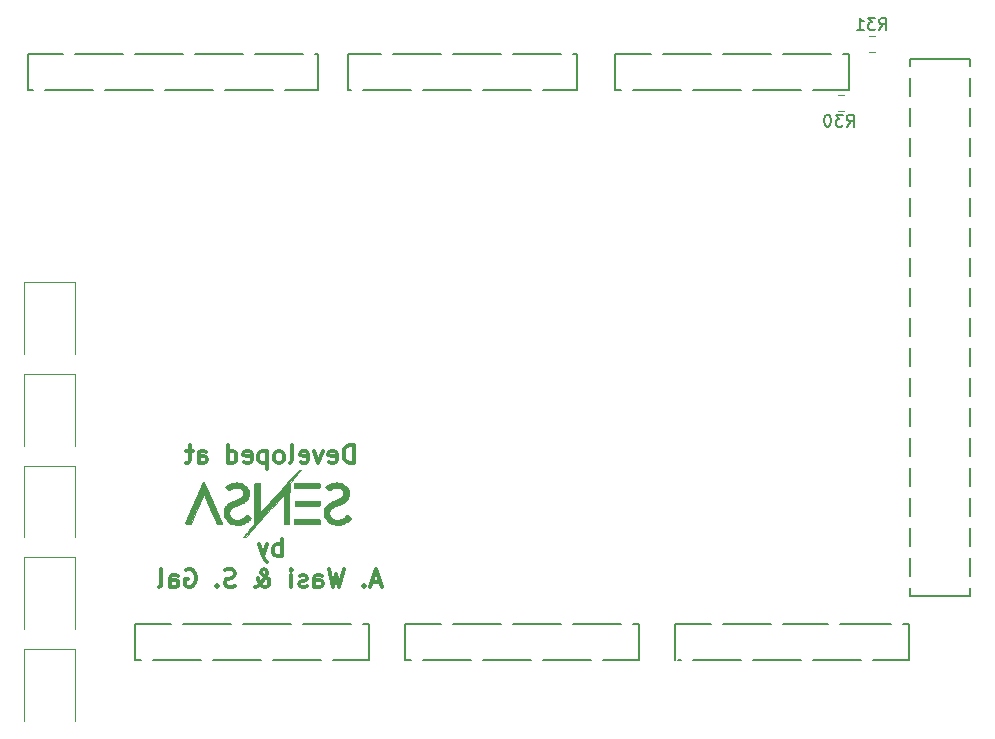
<source format=gbr>
G04 #@! TF.GenerationSoftware,KiCad,Pcbnew,(5.1.4)-1*
G04 #@! TF.CreationDate,2019-12-15T21:47:06+01:00*
G04 #@! TF.ProjectId,mainboard,6d61696e-626f-4617-9264-2e6b69636164,1.0*
G04 #@! TF.SameCoordinates,Original*
G04 #@! TF.FileFunction,Legend,Bot*
G04 #@! TF.FilePolarity,Positive*
%FSLAX46Y46*%
G04 Gerber Fmt 4.6, Leading zero omitted, Abs format (unit mm)*
G04 Created by KiCad (PCBNEW (5.1.4)-1) date 2019-12-15 21:47:06*
%MOMM*%
%LPD*%
G04 APERTURE LIST*
%ADD10C,0.300000*%
%ADD11C,0.010000*%
%ADD12C,0.120000*%
%ADD13C,0.150000*%
G04 APERTURE END LIST*
D10*
X142498428Y-116451000D02*
X141784142Y-116451000D01*
X142641285Y-116879571D02*
X142141285Y-115379571D01*
X141641285Y-116879571D01*
X141141285Y-116736714D02*
X141069857Y-116808142D01*
X141141285Y-116879571D01*
X141212714Y-116808142D01*
X141141285Y-116736714D01*
X141141285Y-116879571D01*
X139427000Y-115379571D02*
X139069857Y-116879571D01*
X138784142Y-115808142D01*
X138498428Y-116879571D01*
X138141285Y-115379571D01*
X136927000Y-116879571D02*
X136927000Y-116093857D01*
X136998428Y-115951000D01*
X137141285Y-115879571D01*
X137427000Y-115879571D01*
X137569857Y-115951000D01*
X136927000Y-116808142D02*
X137069857Y-116879571D01*
X137427000Y-116879571D01*
X137569857Y-116808142D01*
X137641285Y-116665285D01*
X137641285Y-116522428D01*
X137569857Y-116379571D01*
X137427000Y-116308142D01*
X137069857Y-116308142D01*
X136927000Y-116236714D01*
X136284142Y-116808142D02*
X136141285Y-116879571D01*
X135855571Y-116879571D01*
X135712714Y-116808142D01*
X135641285Y-116665285D01*
X135641285Y-116593857D01*
X135712714Y-116451000D01*
X135855571Y-116379571D01*
X136069857Y-116379571D01*
X136212714Y-116308142D01*
X136284142Y-116165285D01*
X136284142Y-116093857D01*
X136212714Y-115951000D01*
X136069857Y-115879571D01*
X135855571Y-115879571D01*
X135712714Y-115951000D01*
X134998428Y-116879571D02*
X134998428Y-115879571D01*
X134998428Y-115379571D02*
X135069857Y-115451000D01*
X134998428Y-115522428D01*
X134927000Y-115451000D01*
X134998428Y-115379571D01*
X134998428Y-115522428D01*
X131927000Y-116879571D02*
X131998428Y-116879571D01*
X132141285Y-116808142D01*
X132355571Y-116593857D01*
X132712714Y-116165285D01*
X132855571Y-115951000D01*
X132927000Y-115736714D01*
X132927000Y-115593857D01*
X132855571Y-115451000D01*
X132712714Y-115379571D01*
X132641285Y-115379571D01*
X132498428Y-115451000D01*
X132427000Y-115593857D01*
X132427000Y-115665285D01*
X132498428Y-115808142D01*
X132569857Y-115879571D01*
X132998428Y-116165285D01*
X133069857Y-116236714D01*
X133141285Y-116379571D01*
X133141285Y-116593857D01*
X133069857Y-116736714D01*
X132998428Y-116808142D01*
X132855571Y-116879571D01*
X132641285Y-116879571D01*
X132498428Y-116808142D01*
X132427000Y-116736714D01*
X132212714Y-116451000D01*
X132141285Y-116236714D01*
X132141285Y-116093857D01*
X130212714Y-116808142D02*
X129998428Y-116879571D01*
X129641285Y-116879571D01*
X129498428Y-116808142D01*
X129427000Y-116736714D01*
X129355571Y-116593857D01*
X129355571Y-116451000D01*
X129427000Y-116308142D01*
X129498428Y-116236714D01*
X129641285Y-116165285D01*
X129927000Y-116093857D01*
X130069857Y-116022428D01*
X130141285Y-115951000D01*
X130212714Y-115808142D01*
X130212714Y-115665285D01*
X130141285Y-115522428D01*
X130069857Y-115451000D01*
X129927000Y-115379571D01*
X129569857Y-115379571D01*
X129355571Y-115451000D01*
X128712714Y-116736714D02*
X128641285Y-116808142D01*
X128712714Y-116879571D01*
X128784142Y-116808142D01*
X128712714Y-116736714D01*
X128712714Y-116879571D01*
X126069857Y-115451000D02*
X126212714Y-115379571D01*
X126427000Y-115379571D01*
X126641285Y-115451000D01*
X126784142Y-115593857D01*
X126855571Y-115736714D01*
X126927000Y-116022428D01*
X126927000Y-116236714D01*
X126855571Y-116522428D01*
X126784142Y-116665285D01*
X126641285Y-116808142D01*
X126427000Y-116879571D01*
X126284142Y-116879571D01*
X126069857Y-116808142D01*
X125998428Y-116736714D01*
X125998428Y-116236714D01*
X126284142Y-116236714D01*
X124712714Y-116879571D02*
X124712714Y-116093857D01*
X124784142Y-115951000D01*
X124927000Y-115879571D01*
X125212714Y-115879571D01*
X125355571Y-115951000D01*
X124712714Y-116808142D02*
X124855571Y-116879571D01*
X125212714Y-116879571D01*
X125355571Y-116808142D01*
X125427000Y-116665285D01*
X125427000Y-116522428D01*
X125355571Y-116379571D01*
X125212714Y-116308142D01*
X124855571Y-116308142D01*
X124712714Y-116236714D01*
X123784142Y-116879571D02*
X123927000Y-116808142D01*
X123998428Y-116665285D01*
X123998428Y-115379571D01*
X134169857Y-114279571D02*
X134169857Y-112779571D01*
X134169857Y-113351000D02*
X134027000Y-113279571D01*
X133741285Y-113279571D01*
X133598428Y-113351000D01*
X133527000Y-113422428D01*
X133455571Y-113565285D01*
X133455571Y-113993857D01*
X133527000Y-114136714D01*
X133598428Y-114208142D01*
X133741285Y-114279571D01*
X134027000Y-114279571D01*
X134169857Y-114208142D01*
X132955571Y-113279571D02*
X132598428Y-114279571D01*
X132241285Y-113279571D02*
X132598428Y-114279571D01*
X132741285Y-114636714D01*
X132812714Y-114708142D01*
X132955571Y-114779571D01*
X140277000Y-106379571D02*
X140277000Y-104879571D01*
X139919857Y-104879571D01*
X139705571Y-104951000D01*
X139562714Y-105093857D01*
X139491285Y-105236714D01*
X139419857Y-105522428D01*
X139419857Y-105736714D01*
X139491285Y-106022428D01*
X139562714Y-106165285D01*
X139705571Y-106308142D01*
X139919857Y-106379571D01*
X140277000Y-106379571D01*
X138205571Y-106308142D02*
X138348428Y-106379571D01*
X138634142Y-106379571D01*
X138777000Y-106308142D01*
X138848428Y-106165285D01*
X138848428Y-105593857D01*
X138777000Y-105451000D01*
X138634142Y-105379571D01*
X138348428Y-105379571D01*
X138205571Y-105451000D01*
X138134142Y-105593857D01*
X138134142Y-105736714D01*
X138848428Y-105879571D01*
X137634142Y-105379571D02*
X137277000Y-106379571D01*
X136919857Y-105379571D01*
X135777000Y-106308142D02*
X135919857Y-106379571D01*
X136205571Y-106379571D01*
X136348428Y-106308142D01*
X136419857Y-106165285D01*
X136419857Y-105593857D01*
X136348428Y-105451000D01*
X136205571Y-105379571D01*
X135919857Y-105379571D01*
X135777000Y-105451000D01*
X135705571Y-105593857D01*
X135705571Y-105736714D01*
X136419857Y-105879571D01*
X134848428Y-106379571D02*
X134991285Y-106308142D01*
X135062714Y-106165285D01*
X135062714Y-104879571D01*
X134062714Y-106379571D02*
X134205571Y-106308142D01*
X134277000Y-106236714D01*
X134348428Y-106093857D01*
X134348428Y-105665285D01*
X134277000Y-105522428D01*
X134205571Y-105451000D01*
X134062714Y-105379571D01*
X133848428Y-105379571D01*
X133705571Y-105451000D01*
X133634142Y-105522428D01*
X133562714Y-105665285D01*
X133562714Y-106093857D01*
X133634142Y-106236714D01*
X133705571Y-106308142D01*
X133848428Y-106379571D01*
X134062714Y-106379571D01*
X132919857Y-105379571D02*
X132919857Y-106879571D01*
X132919857Y-105451000D02*
X132777000Y-105379571D01*
X132491285Y-105379571D01*
X132348428Y-105451000D01*
X132277000Y-105522428D01*
X132205571Y-105665285D01*
X132205571Y-106093857D01*
X132277000Y-106236714D01*
X132348428Y-106308142D01*
X132491285Y-106379571D01*
X132777000Y-106379571D01*
X132919857Y-106308142D01*
X130991285Y-106308142D02*
X131134142Y-106379571D01*
X131419857Y-106379571D01*
X131562714Y-106308142D01*
X131634142Y-106165285D01*
X131634142Y-105593857D01*
X131562714Y-105451000D01*
X131419857Y-105379571D01*
X131134142Y-105379571D01*
X130991285Y-105451000D01*
X130919857Y-105593857D01*
X130919857Y-105736714D01*
X131634142Y-105879571D01*
X129634142Y-106379571D02*
X129634142Y-104879571D01*
X129634142Y-106308142D02*
X129777000Y-106379571D01*
X130062714Y-106379571D01*
X130205571Y-106308142D01*
X130277000Y-106236714D01*
X130348428Y-106093857D01*
X130348428Y-105665285D01*
X130277000Y-105522428D01*
X130205571Y-105451000D01*
X130062714Y-105379571D01*
X129777000Y-105379571D01*
X129634142Y-105451000D01*
X127134142Y-106379571D02*
X127134142Y-105593857D01*
X127205571Y-105451000D01*
X127348428Y-105379571D01*
X127634142Y-105379571D01*
X127777000Y-105451000D01*
X127134142Y-106308142D02*
X127277000Y-106379571D01*
X127634142Y-106379571D01*
X127777000Y-106308142D01*
X127848428Y-106165285D01*
X127848428Y-106022428D01*
X127777000Y-105879571D01*
X127634142Y-105808142D01*
X127277000Y-105808142D01*
X127134142Y-105736714D01*
X126634142Y-105379571D02*
X126062714Y-105379571D01*
X126419857Y-104879571D02*
X126419857Y-106165285D01*
X126348428Y-106308142D01*
X126205571Y-106379571D01*
X126062714Y-106379571D01*
D11*
G36*
X134874960Y-107805776D02*
G01*
X134749520Y-107943498D01*
X134614389Y-108091781D01*
X134472318Y-108247612D01*
X134326056Y-108407977D01*
X134178355Y-108569862D01*
X134031964Y-108730252D01*
X133889633Y-108886135D01*
X133754114Y-109034497D01*
X133628156Y-109172323D01*
X133514510Y-109296599D01*
X133496363Y-109316435D01*
X133390275Y-109432396D01*
X133283198Y-109549462D01*
X133176959Y-109665631D01*
X133073385Y-109778905D01*
X132974305Y-109887284D01*
X132881547Y-109988769D01*
X132796938Y-110081360D01*
X132722306Y-110163057D01*
X132659478Y-110231862D01*
X132610284Y-110285774D01*
X132607363Y-110288976D01*
X132546619Y-110355328D01*
X132490720Y-110415890D01*
X132441586Y-110468622D01*
X132401137Y-110511483D01*
X132371292Y-110542431D01*
X132353971Y-110559428D01*
X132350477Y-110562089D01*
X132349299Y-110550920D01*
X132348168Y-110518166D01*
X132347095Y-110465329D01*
X132346091Y-110393916D01*
X132345167Y-110305430D01*
X132344332Y-110201376D01*
X132343598Y-110083259D01*
X132342976Y-109952584D01*
X132342476Y-109810855D01*
X132342110Y-109659576D01*
X132341887Y-109500253D01*
X132341818Y-109346967D01*
X132341818Y-108130934D01*
X132315096Y-108105831D01*
X132303711Y-108096397D01*
X132290286Y-108089674D01*
X132270976Y-108085204D01*
X132241936Y-108082533D01*
X132199324Y-108081203D01*
X132139294Y-108080760D01*
X132103518Y-108080727D01*
X132034150Y-108080872D01*
X131984067Y-108081629D01*
X131949463Y-108083483D01*
X131926533Y-108086918D01*
X131911471Y-108092419D01*
X131900473Y-108100469D01*
X131893558Y-108107449D01*
X131868454Y-108134170D01*
X131868210Y-109859472D01*
X131867966Y-111584773D01*
X131405383Y-112092620D01*
X131321950Y-112184264D01*
X131243172Y-112270885D01*
X131170421Y-112350967D01*
X131105070Y-112422997D01*
X131048489Y-112485459D01*
X131002053Y-112536839D01*
X130967132Y-112575623D01*
X130945098Y-112600295D01*
X130937355Y-112609279D01*
X130945323Y-112613368D01*
X130971311Y-112616448D01*
X131010255Y-112618001D01*
X131023252Y-112618091D01*
X131114594Y-112618091D01*
X131559313Y-112130296D01*
X131637089Y-112045021D01*
X131720975Y-111953114D01*
X131811603Y-111853885D01*
X131909605Y-111746643D01*
X132015614Y-111630700D01*
X132130260Y-111505363D01*
X132254175Y-111369944D01*
X132387993Y-111223752D01*
X132532344Y-111066096D01*
X132687860Y-110896287D01*
X132855173Y-110713634D01*
X133034915Y-110517448D01*
X133227718Y-110307037D01*
X133434214Y-110081712D01*
X133655035Y-109840783D01*
X133890812Y-109583559D01*
X133900454Y-109573039D01*
X134344954Y-109088128D01*
X134347894Y-110295465D01*
X134350834Y-111502803D01*
X134412774Y-111567455D01*
X134591823Y-111567455D01*
X134659714Y-111567352D01*
X134708514Y-111566651D01*
X134742224Y-111564766D01*
X134764844Y-111561109D01*
X134780375Y-111555094D01*
X134792817Y-111546133D01*
X134803254Y-111536431D01*
X134835636Y-111505407D01*
X134836201Y-109778636D01*
X134836766Y-108051864D01*
X135269656Y-107578500D01*
X135351997Y-107488394D01*
X135430902Y-107401920D01*
X135504762Y-107320852D01*
X135571964Y-107246963D01*
X135630899Y-107182028D01*
X135679956Y-107127819D01*
X135717524Y-107086111D01*
X135741994Y-107058677D01*
X135749302Y-107050296D01*
X135796059Y-106995455D01*
X135612784Y-106995455D01*
X134874960Y-107805776D01*
X134874960Y-107805776D01*
G37*
X134874960Y-107805776D02*
X134749520Y-107943498D01*
X134614389Y-108091781D01*
X134472318Y-108247612D01*
X134326056Y-108407977D01*
X134178355Y-108569862D01*
X134031964Y-108730252D01*
X133889633Y-108886135D01*
X133754114Y-109034497D01*
X133628156Y-109172323D01*
X133514510Y-109296599D01*
X133496363Y-109316435D01*
X133390275Y-109432396D01*
X133283198Y-109549462D01*
X133176959Y-109665631D01*
X133073385Y-109778905D01*
X132974305Y-109887284D01*
X132881547Y-109988769D01*
X132796938Y-110081360D01*
X132722306Y-110163057D01*
X132659478Y-110231862D01*
X132610284Y-110285774D01*
X132607363Y-110288976D01*
X132546619Y-110355328D01*
X132490720Y-110415890D01*
X132441586Y-110468622D01*
X132401137Y-110511483D01*
X132371292Y-110542431D01*
X132353971Y-110559428D01*
X132350477Y-110562089D01*
X132349299Y-110550920D01*
X132348168Y-110518166D01*
X132347095Y-110465329D01*
X132346091Y-110393916D01*
X132345167Y-110305430D01*
X132344332Y-110201376D01*
X132343598Y-110083259D01*
X132342976Y-109952584D01*
X132342476Y-109810855D01*
X132342110Y-109659576D01*
X132341887Y-109500253D01*
X132341818Y-109346967D01*
X132341818Y-108130934D01*
X132315096Y-108105831D01*
X132303711Y-108096397D01*
X132290286Y-108089674D01*
X132270976Y-108085204D01*
X132241936Y-108082533D01*
X132199324Y-108081203D01*
X132139294Y-108080760D01*
X132103518Y-108080727D01*
X132034150Y-108080872D01*
X131984067Y-108081629D01*
X131949463Y-108083483D01*
X131926533Y-108086918D01*
X131911471Y-108092419D01*
X131900473Y-108100469D01*
X131893558Y-108107449D01*
X131868454Y-108134170D01*
X131868210Y-109859472D01*
X131867966Y-111584773D01*
X131405383Y-112092620D01*
X131321950Y-112184264D01*
X131243172Y-112270885D01*
X131170421Y-112350967D01*
X131105070Y-112422997D01*
X131048489Y-112485459D01*
X131002053Y-112536839D01*
X130967132Y-112575623D01*
X130945098Y-112600295D01*
X130937355Y-112609279D01*
X130945323Y-112613368D01*
X130971311Y-112616448D01*
X131010255Y-112618001D01*
X131023252Y-112618091D01*
X131114594Y-112618091D01*
X131559313Y-112130296D01*
X131637089Y-112045021D01*
X131720975Y-111953114D01*
X131811603Y-111853885D01*
X131909605Y-111746643D01*
X132015614Y-111630700D01*
X132130260Y-111505363D01*
X132254175Y-111369944D01*
X132387993Y-111223752D01*
X132532344Y-111066096D01*
X132687860Y-110896287D01*
X132855173Y-110713634D01*
X133034915Y-110517448D01*
X133227718Y-110307037D01*
X133434214Y-110081712D01*
X133655035Y-109840783D01*
X133890812Y-109583559D01*
X133900454Y-109573039D01*
X134344954Y-109088128D01*
X134347894Y-110295465D01*
X134350834Y-111502803D01*
X134412774Y-111567455D01*
X134591823Y-111567455D01*
X134659714Y-111567352D01*
X134708514Y-111566651D01*
X134742224Y-111564766D01*
X134764844Y-111561109D01*
X134780375Y-111555094D01*
X134792817Y-111546133D01*
X134803254Y-111536431D01*
X134835636Y-111505407D01*
X134836201Y-109778636D01*
X134836766Y-108051864D01*
X135269656Y-107578500D01*
X135351997Y-107488394D01*
X135430902Y-107401920D01*
X135504762Y-107320852D01*
X135571964Y-107246963D01*
X135630899Y-107182028D01*
X135679956Y-107127819D01*
X135717524Y-107086111D01*
X135741994Y-107058677D01*
X135749302Y-107050296D01*
X135796059Y-106995455D01*
X135612784Y-106995455D01*
X134874960Y-107805776D01*
G36*
X138775112Y-108032623D02*
G01*
X138679470Y-108037668D01*
X138588800Y-108046447D01*
X138510853Y-108058498D01*
X138490008Y-108062936D01*
X138378309Y-108096188D01*
X138261886Y-108144123D01*
X138149880Y-108202963D01*
X138146605Y-108204904D01*
X138102098Y-108233056D01*
X138053689Y-108266414D01*
X138005138Y-108302042D01*
X137960202Y-108337003D01*
X137922640Y-108368360D01*
X137896210Y-108393175D01*
X137884669Y-108408512D01*
X137884455Y-108409773D01*
X137891593Y-108422013D01*
X137911423Y-108448406D01*
X137941398Y-108485754D01*
X137978974Y-108530858D01*
X138006208Y-108562750D01*
X138052071Y-108615626D01*
X138085998Y-108653388D01*
X138110944Y-108678569D01*
X138129867Y-108693701D01*
X138145724Y-108701315D01*
X138161472Y-108703944D01*
X138171393Y-108704182D01*
X138198593Y-108701003D01*
X138226412Y-108689437D01*
X138260895Y-108666442D01*
X138287402Y-108645811D01*
X138398886Y-108568898D01*
X138516024Y-108513314D01*
X138641251Y-108478223D01*
X138777005Y-108462788D01*
X138823551Y-108461864D01*
X138940619Y-108468151D01*
X139041229Y-108487515D01*
X139128705Y-108521121D01*
X139206368Y-108570133D01*
X139255663Y-108613240D01*
X139323491Y-108693604D01*
X139370924Y-108780203D01*
X139397937Y-108870483D01*
X139404502Y-108961888D01*
X139390595Y-109051864D01*
X139356189Y-109137856D01*
X139301257Y-109217310D01*
X139262235Y-109257344D01*
X139230222Y-109285118D01*
X139196679Y-109310591D01*
X139158899Y-109335144D01*
X139114177Y-109360154D01*
X139059806Y-109387001D01*
X138993081Y-109417063D01*
X138911296Y-109451718D01*
X138811745Y-109492346D01*
X138761090Y-109512680D01*
X138599298Y-109579064D01*
X138458021Y-109640950D01*
X138335421Y-109699623D01*
X138229657Y-109756366D01*
X138138892Y-109812462D01*
X138061284Y-109869194D01*
X137994995Y-109927847D01*
X137938184Y-109989704D01*
X137889013Y-110056047D01*
X137845642Y-110128162D01*
X137826604Y-110164682D01*
X137793547Y-110236625D01*
X137769714Y-110304061D01*
X137753853Y-110373149D01*
X137744707Y-110450050D01*
X137741024Y-110540925D01*
X137740808Y-110586091D01*
X137741502Y-110656328D01*
X137743584Y-110709794D01*
X137747792Y-110752797D01*
X137754860Y-110791647D01*
X137765526Y-110832655D01*
X137772209Y-110855186D01*
X137827870Y-111000293D01*
X137902250Y-111132601D01*
X137994225Y-111251123D01*
X138102672Y-111354871D01*
X138226468Y-111442856D01*
X138364488Y-111514092D01*
X138515610Y-111567589D01*
X138607599Y-111589853D01*
X138695273Y-111602992D01*
X138797337Y-111610645D01*
X138905732Y-111612724D01*
X139012399Y-111609138D01*
X139109277Y-111599800D01*
X139136318Y-111595680D01*
X139272595Y-111565713D01*
X139409314Y-111522719D01*
X139540705Y-111469062D01*
X139660996Y-111407108D01*
X139764418Y-111339224D01*
X139767389Y-111336976D01*
X139799015Y-111310954D01*
X139838099Y-111275813D01*
X139881577Y-111234669D01*
X139926387Y-111190633D01*
X139969465Y-111146820D01*
X140007749Y-111106344D01*
X140038174Y-111072317D01*
X140057679Y-111047853D01*
X140063273Y-111036223D01*
X140053720Y-111026329D01*
X140029387Y-111004345D01*
X139993282Y-110972902D01*
X139948416Y-110934629D01*
X139912143Y-110904126D01*
X139857620Y-110858731D01*
X139817467Y-110826249D01*
X139788406Y-110804707D01*
X139767157Y-110792130D01*
X139750439Y-110786546D01*
X139734973Y-110785979D01*
X139719406Y-110788129D01*
X139686432Y-110798337D01*
X139657084Y-110819852D01*
X139631532Y-110848131D01*
X139573869Y-110908294D01*
X139499819Y-110969947D01*
X139415323Y-111028696D01*
X139326324Y-111080150D01*
X139299547Y-111093549D01*
X139212379Y-111132744D01*
X139135131Y-111160317D01*
X139059887Y-111178076D01*
X138978731Y-111187829D01*
X138883749Y-111191384D01*
X138870772Y-111191481D01*
X138803577Y-111191193D01*
X138752906Y-111189056D01*
X138712218Y-111184319D01*
X138674970Y-111176229D01*
X138636081Y-111164514D01*
X138523443Y-111116598D01*
X138426337Y-111052233D01*
X138345746Y-110972496D01*
X138282657Y-110878464D01*
X138238054Y-110771213D01*
X138223019Y-110713091D01*
X138209605Y-110602454D01*
X138217867Y-110499667D01*
X138247952Y-110404227D01*
X138300011Y-110315632D01*
X138360987Y-110245980D01*
X138396209Y-110214193D01*
X138436408Y-110183765D01*
X138483926Y-110153515D01*
X138541102Y-110122262D01*
X138610279Y-110088825D01*
X138693797Y-110052024D01*
X138793996Y-110010677D01*
X138913217Y-109963605D01*
X138945818Y-109950978D01*
X139063375Y-109905033D01*
X139162019Y-109865138D01*
X139244708Y-109829943D01*
X139314400Y-109798095D01*
X139374053Y-109768241D01*
X139426626Y-109739029D01*
X139475078Y-109709107D01*
X139475364Y-109708921D01*
X139585091Y-109625509D01*
X139680679Y-109527935D01*
X139759987Y-109419205D01*
X139820875Y-109302324D01*
X139861202Y-109180298D01*
X139865426Y-109161350D01*
X139876172Y-109088159D01*
X139881441Y-109003539D01*
X139881286Y-108915659D01*
X139875759Y-108832687D01*
X139864914Y-108762793D01*
X139862812Y-108753864D01*
X139818446Y-108622282D01*
X139754267Y-108500373D01*
X139672004Y-108389498D01*
X139573388Y-108291019D01*
X139460149Y-108206298D01*
X139334016Y-108136696D01*
X139196720Y-108083575D01*
X139049991Y-108048298D01*
X138950305Y-108035575D01*
X138867974Y-108031772D01*
X138775112Y-108032623D01*
X138775112Y-108032623D01*
G37*
X138775112Y-108032623D02*
X138679470Y-108037668D01*
X138588800Y-108046447D01*
X138510853Y-108058498D01*
X138490008Y-108062936D01*
X138378309Y-108096188D01*
X138261886Y-108144123D01*
X138149880Y-108202963D01*
X138146605Y-108204904D01*
X138102098Y-108233056D01*
X138053689Y-108266414D01*
X138005138Y-108302042D01*
X137960202Y-108337003D01*
X137922640Y-108368360D01*
X137896210Y-108393175D01*
X137884669Y-108408512D01*
X137884455Y-108409773D01*
X137891593Y-108422013D01*
X137911423Y-108448406D01*
X137941398Y-108485754D01*
X137978974Y-108530858D01*
X138006208Y-108562750D01*
X138052071Y-108615626D01*
X138085998Y-108653388D01*
X138110944Y-108678569D01*
X138129867Y-108693701D01*
X138145724Y-108701315D01*
X138161472Y-108703944D01*
X138171393Y-108704182D01*
X138198593Y-108701003D01*
X138226412Y-108689437D01*
X138260895Y-108666442D01*
X138287402Y-108645811D01*
X138398886Y-108568898D01*
X138516024Y-108513314D01*
X138641251Y-108478223D01*
X138777005Y-108462788D01*
X138823551Y-108461864D01*
X138940619Y-108468151D01*
X139041229Y-108487515D01*
X139128705Y-108521121D01*
X139206368Y-108570133D01*
X139255663Y-108613240D01*
X139323491Y-108693604D01*
X139370924Y-108780203D01*
X139397937Y-108870483D01*
X139404502Y-108961888D01*
X139390595Y-109051864D01*
X139356189Y-109137856D01*
X139301257Y-109217310D01*
X139262235Y-109257344D01*
X139230222Y-109285118D01*
X139196679Y-109310591D01*
X139158899Y-109335144D01*
X139114177Y-109360154D01*
X139059806Y-109387001D01*
X138993081Y-109417063D01*
X138911296Y-109451718D01*
X138811745Y-109492346D01*
X138761090Y-109512680D01*
X138599298Y-109579064D01*
X138458021Y-109640950D01*
X138335421Y-109699623D01*
X138229657Y-109756366D01*
X138138892Y-109812462D01*
X138061284Y-109869194D01*
X137994995Y-109927847D01*
X137938184Y-109989704D01*
X137889013Y-110056047D01*
X137845642Y-110128162D01*
X137826604Y-110164682D01*
X137793547Y-110236625D01*
X137769714Y-110304061D01*
X137753853Y-110373149D01*
X137744707Y-110450050D01*
X137741024Y-110540925D01*
X137740808Y-110586091D01*
X137741502Y-110656328D01*
X137743584Y-110709794D01*
X137747792Y-110752797D01*
X137754860Y-110791647D01*
X137765526Y-110832655D01*
X137772209Y-110855186D01*
X137827870Y-111000293D01*
X137902250Y-111132601D01*
X137994225Y-111251123D01*
X138102672Y-111354871D01*
X138226468Y-111442856D01*
X138364488Y-111514092D01*
X138515610Y-111567589D01*
X138607599Y-111589853D01*
X138695273Y-111602992D01*
X138797337Y-111610645D01*
X138905732Y-111612724D01*
X139012399Y-111609138D01*
X139109277Y-111599800D01*
X139136318Y-111595680D01*
X139272595Y-111565713D01*
X139409314Y-111522719D01*
X139540705Y-111469062D01*
X139660996Y-111407108D01*
X139764418Y-111339224D01*
X139767389Y-111336976D01*
X139799015Y-111310954D01*
X139838099Y-111275813D01*
X139881577Y-111234669D01*
X139926387Y-111190633D01*
X139969465Y-111146820D01*
X140007749Y-111106344D01*
X140038174Y-111072317D01*
X140057679Y-111047853D01*
X140063273Y-111036223D01*
X140053720Y-111026329D01*
X140029387Y-111004345D01*
X139993282Y-110972902D01*
X139948416Y-110934629D01*
X139912143Y-110904126D01*
X139857620Y-110858731D01*
X139817467Y-110826249D01*
X139788406Y-110804707D01*
X139767157Y-110792130D01*
X139750439Y-110786546D01*
X139734973Y-110785979D01*
X139719406Y-110788129D01*
X139686432Y-110798337D01*
X139657084Y-110819852D01*
X139631532Y-110848131D01*
X139573869Y-110908294D01*
X139499819Y-110969947D01*
X139415323Y-111028696D01*
X139326324Y-111080150D01*
X139299547Y-111093549D01*
X139212379Y-111132744D01*
X139135131Y-111160317D01*
X139059887Y-111178076D01*
X138978731Y-111187829D01*
X138883749Y-111191384D01*
X138870772Y-111191481D01*
X138803577Y-111191193D01*
X138752906Y-111189056D01*
X138712218Y-111184319D01*
X138674970Y-111176229D01*
X138636081Y-111164514D01*
X138523443Y-111116598D01*
X138426337Y-111052233D01*
X138345746Y-110972496D01*
X138282657Y-110878464D01*
X138238054Y-110771213D01*
X138223019Y-110713091D01*
X138209605Y-110602454D01*
X138217867Y-110499667D01*
X138247952Y-110404227D01*
X138300011Y-110315632D01*
X138360987Y-110245980D01*
X138396209Y-110214193D01*
X138436408Y-110183765D01*
X138483926Y-110153515D01*
X138541102Y-110122262D01*
X138610279Y-110088825D01*
X138693797Y-110052024D01*
X138793996Y-110010677D01*
X138913217Y-109963605D01*
X138945818Y-109950978D01*
X139063375Y-109905033D01*
X139162019Y-109865138D01*
X139244708Y-109829943D01*
X139314400Y-109798095D01*
X139374053Y-109768241D01*
X139426626Y-109739029D01*
X139475078Y-109709107D01*
X139475364Y-109708921D01*
X139585091Y-109625509D01*
X139680679Y-109527935D01*
X139759987Y-109419205D01*
X139820875Y-109302324D01*
X139861202Y-109180298D01*
X139865426Y-109161350D01*
X139876172Y-109088159D01*
X139881441Y-109003539D01*
X139881286Y-108915659D01*
X139875759Y-108832687D01*
X139864914Y-108762793D01*
X139862812Y-108753864D01*
X139818446Y-108622282D01*
X139754267Y-108500373D01*
X139672004Y-108389498D01*
X139573388Y-108291019D01*
X139460149Y-108206298D01*
X139334016Y-108136696D01*
X139196720Y-108083575D01*
X139049991Y-108048298D01*
X138950305Y-108035575D01*
X138867974Y-108031772D01*
X138775112Y-108032623D01*
G36*
X130300748Y-108032623D02*
G01*
X130205106Y-108037668D01*
X130114436Y-108046447D01*
X130036489Y-108058498D01*
X130015644Y-108062936D01*
X129903946Y-108096188D01*
X129787522Y-108144123D01*
X129675516Y-108202963D01*
X129672241Y-108204904D01*
X129627734Y-108233056D01*
X129579326Y-108266414D01*
X129530775Y-108302042D01*
X129485839Y-108337003D01*
X129448277Y-108368360D01*
X129421846Y-108393175D01*
X129410305Y-108408512D01*
X129410091Y-108409773D01*
X129417229Y-108422013D01*
X129437059Y-108448406D01*
X129467034Y-108485754D01*
X129504610Y-108530858D01*
X129531844Y-108562750D01*
X129577708Y-108615626D01*
X129611634Y-108653388D01*
X129636580Y-108678569D01*
X129655503Y-108693701D01*
X129671360Y-108701315D01*
X129687109Y-108703944D01*
X129697030Y-108704182D01*
X129724230Y-108701003D01*
X129752048Y-108689437D01*
X129786531Y-108666442D01*
X129813038Y-108645811D01*
X129924523Y-108568898D01*
X130041660Y-108513314D01*
X130166888Y-108478223D01*
X130302641Y-108462788D01*
X130349187Y-108461864D01*
X130466255Y-108468151D01*
X130566866Y-108487515D01*
X130654341Y-108521121D01*
X130732004Y-108570133D01*
X130781299Y-108613240D01*
X130849127Y-108693604D01*
X130896561Y-108780203D01*
X130923573Y-108870483D01*
X130930139Y-108961888D01*
X130916231Y-109051864D01*
X130881825Y-109137856D01*
X130826894Y-109217310D01*
X130787871Y-109257344D01*
X130755859Y-109285118D01*
X130722315Y-109310591D01*
X130684535Y-109335144D01*
X130639813Y-109360154D01*
X130585442Y-109387001D01*
X130518717Y-109417063D01*
X130436932Y-109451718D01*
X130337381Y-109492346D01*
X130286727Y-109512680D01*
X130124934Y-109579064D01*
X129983657Y-109640950D01*
X129861057Y-109699623D01*
X129755294Y-109756366D01*
X129664528Y-109812462D01*
X129586920Y-109869194D01*
X129520631Y-109927847D01*
X129463821Y-109989704D01*
X129414649Y-110056047D01*
X129371278Y-110128162D01*
X129352240Y-110164682D01*
X129319183Y-110236625D01*
X129295351Y-110304061D01*
X129279489Y-110373149D01*
X129270344Y-110450050D01*
X129266660Y-110540925D01*
X129266444Y-110586091D01*
X129267138Y-110656328D01*
X129269221Y-110709794D01*
X129273428Y-110752797D01*
X129280496Y-110791647D01*
X129291162Y-110832655D01*
X129297845Y-110855186D01*
X129353506Y-111000293D01*
X129427887Y-111132601D01*
X129519862Y-111251123D01*
X129628309Y-111354871D01*
X129752104Y-111442856D01*
X129890124Y-111514092D01*
X130041246Y-111567589D01*
X130133236Y-111589853D01*
X130220909Y-111602992D01*
X130322973Y-111610645D01*
X130431369Y-111612724D01*
X130538035Y-111609138D01*
X130634913Y-111599800D01*
X130661954Y-111595680D01*
X130798231Y-111565713D01*
X130934950Y-111522719D01*
X131066341Y-111469062D01*
X131186633Y-111407108D01*
X131290055Y-111339224D01*
X131293026Y-111336976D01*
X131324652Y-111310954D01*
X131363735Y-111275813D01*
X131407214Y-111234669D01*
X131452023Y-111190633D01*
X131495102Y-111146820D01*
X131533385Y-111106344D01*
X131563810Y-111072317D01*
X131583315Y-111047853D01*
X131588909Y-111036223D01*
X131579357Y-111026329D01*
X131555023Y-111004345D01*
X131518919Y-110972902D01*
X131474052Y-110934629D01*
X131437780Y-110904126D01*
X131383256Y-110858731D01*
X131343104Y-110826249D01*
X131314043Y-110804707D01*
X131292793Y-110792130D01*
X131276075Y-110786546D01*
X131260610Y-110785979D01*
X131245042Y-110788129D01*
X131212068Y-110798337D01*
X131182720Y-110819852D01*
X131157168Y-110848131D01*
X131099505Y-110908294D01*
X131025455Y-110969947D01*
X130940959Y-111028696D01*
X130851960Y-111080150D01*
X130825183Y-111093549D01*
X130738016Y-111132744D01*
X130660767Y-111160317D01*
X130585523Y-111178076D01*
X130504367Y-111187829D01*
X130409385Y-111191384D01*
X130396409Y-111191481D01*
X130329214Y-111191193D01*
X130278543Y-111189056D01*
X130237854Y-111184319D01*
X130200607Y-111176229D01*
X130161718Y-111164514D01*
X130049080Y-111116598D01*
X129951973Y-111052233D01*
X129871383Y-110972496D01*
X129808294Y-110878464D01*
X129763691Y-110771213D01*
X129748656Y-110713091D01*
X129735241Y-110602454D01*
X129743503Y-110499667D01*
X129773589Y-110404227D01*
X129825647Y-110315632D01*
X129886624Y-110245980D01*
X129921845Y-110214193D01*
X129962044Y-110183765D01*
X130009562Y-110153515D01*
X130066739Y-110122262D01*
X130135916Y-110088825D01*
X130219433Y-110052024D01*
X130319632Y-110010677D01*
X130438854Y-109963605D01*
X130471454Y-109950978D01*
X130589011Y-109905033D01*
X130687655Y-109865138D01*
X130770344Y-109829943D01*
X130840036Y-109798095D01*
X130899689Y-109768241D01*
X130952263Y-109739029D01*
X131000714Y-109709107D01*
X131001001Y-109708921D01*
X131110727Y-109625509D01*
X131206315Y-109527935D01*
X131285623Y-109419205D01*
X131346511Y-109302324D01*
X131386839Y-109180298D01*
X131391063Y-109161350D01*
X131401808Y-109088159D01*
X131407077Y-109003539D01*
X131406922Y-108915659D01*
X131401396Y-108832687D01*
X131390550Y-108762793D01*
X131388448Y-108753864D01*
X131344082Y-108622282D01*
X131279903Y-108500373D01*
X131197641Y-108389498D01*
X131099025Y-108291019D01*
X130985785Y-108206298D01*
X130859652Y-108136696D01*
X130722356Y-108083575D01*
X130575627Y-108048298D01*
X130475941Y-108035575D01*
X130393610Y-108031772D01*
X130300748Y-108032623D01*
X130300748Y-108032623D01*
G37*
X130300748Y-108032623D02*
X130205106Y-108037668D01*
X130114436Y-108046447D01*
X130036489Y-108058498D01*
X130015644Y-108062936D01*
X129903946Y-108096188D01*
X129787522Y-108144123D01*
X129675516Y-108202963D01*
X129672241Y-108204904D01*
X129627734Y-108233056D01*
X129579326Y-108266414D01*
X129530775Y-108302042D01*
X129485839Y-108337003D01*
X129448277Y-108368360D01*
X129421846Y-108393175D01*
X129410305Y-108408512D01*
X129410091Y-108409773D01*
X129417229Y-108422013D01*
X129437059Y-108448406D01*
X129467034Y-108485754D01*
X129504610Y-108530858D01*
X129531844Y-108562750D01*
X129577708Y-108615626D01*
X129611634Y-108653388D01*
X129636580Y-108678569D01*
X129655503Y-108693701D01*
X129671360Y-108701315D01*
X129687109Y-108703944D01*
X129697030Y-108704182D01*
X129724230Y-108701003D01*
X129752048Y-108689437D01*
X129786531Y-108666442D01*
X129813038Y-108645811D01*
X129924523Y-108568898D01*
X130041660Y-108513314D01*
X130166888Y-108478223D01*
X130302641Y-108462788D01*
X130349187Y-108461864D01*
X130466255Y-108468151D01*
X130566866Y-108487515D01*
X130654341Y-108521121D01*
X130732004Y-108570133D01*
X130781299Y-108613240D01*
X130849127Y-108693604D01*
X130896561Y-108780203D01*
X130923573Y-108870483D01*
X130930139Y-108961888D01*
X130916231Y-109051864D01*
X130881825Y-109137856D01*
X130826894Y-109217310D01*
X130787871Y-109257344D01*
X130755859Y-109285118D01*
X130722315Y-109310591D01*
X130684535Y-109335144D01*
X130639813Y-109360154D01*
X130585442Y-109387001D01*
X130518717Y-109417063D01*
X130436932Y-109451718D01*
X130337381Y-109492346D01*
X130286727Y-109512680D01*
X130124934Y-109579064D01*
X129983657Y-109640950D01*
X129861057Y-109699623D01*
X129755294Y-109756366D01*
X129664528Y-109812462D01*
X129586920Y-109869194D01*
X129520631Y-109927847D01*
X129463821Y-109989704D01*
X129414649Y-110056047D01*
X129371278Y-110128162D01*
X129352240Y-110164682D01*
X129319183Y-110236625D01*
X129295351Y-110304061D01*
X129279489Y-110373149D01*
X129270344Y-110450050D01*
X129266660Y-110540925D01*
X129266444Y-110586091D01*
X129267138Y-110656328D01*
X129269221Y-110709794D01*
X129273428Y-110752797D01*
X129280496Y-110791647D01*
X129291162Y-110832655D01*
X129297845Y-110855186D01*
X129353506Y-111000293D01*
X129427887Y-111132601D01*
X129519862Y-111251123D01*
X129628309Y-111354871D01*
X129752104Y-111442856D01*
X129890124Y-111514092D01*
X130041246Y-111567589D01*
X130133236Y-111589853D01*
X130220909Y-111602992D01*
X130322973Y-111610645D01*
X130431369Y-111612724D01*
X130538035Y-111609138D01*
X130634913Y-111599800D01*
X130661954Y-111595680D01*
X130798231Y-111565713D01*
X130934950Y-111522719D01*
X131066341Y-111469062D01*
X131186633Y-111407108D01*
X131290055Y-111339224D01*
X131293026Y-111336976D01*
X131324652Y-111310954D01*
X131363735Y-111275813D01*
X131407214Y-111234669D01*
X131452023Y-111190633D01*
X131495102Y-111146820D01*
X131533385Y-111106344D01*
X131563810Y-111072317D01*
X131583315Y-111047853D01*
X131588909Y-111036223D01*
X131579357Y-111026329D01*
X131555023Y-111004345D01*
X131518919Y-110972902D01*
X131474052Y-110934629D01*
X131437780Y-110904126D01*
X131383256Y-110858731D01*
X131343104Y-110826249D01*
X131314043Y-110804707D01*
X131292793Y-110792130D01*
X131276075Y-110786546D01*
X131260610Y-110785979D01*
X131245042Y-110788129D01*
X131212068Y-110798337D01*
X131182720Y-110819852D01*
X131157168Y-110848131D01*
X131099505Y-110908294D01*
X131025455Y-110969947D01*
X130940959Y-111028696D01*
X130851960Y-111080150D01*
X130825183Y-111093549D01*
X130738016Y-111132744D01*
X130660767Y-111160317D01*
X130585523Y-111178076D01*
X130504367Y-111187829D01*
X130409385Y-111191384D01*
X130396409Y-111191481D01*
X130329214Y-111191193D01*
X130278543Y-111189056D01*
X130237854Y-111184319D01*
X130200607Y-111176229D01*
X130161718Y-111164514D01*
X130049080Y-111116598D01*
X129951973Y-111052233D01*
X129871383Y-110972496D01*
X129808294Y-110878464D01*
X129763691Y-110771213D01*
X129748656Y-110713091D01*
X129735241Y-110602454D01*
X129743503Y-110499667D01*
X129773589Y-110404227D01*
X129825647Y-110315632D01*
X129886624Y-110245980D01*
X129921845Y-110214193D01*
X129962044Y-110183765D01*
X130009562Y-110153515D01*
X130066739Y-110122262D01*
X130135916Y-110088825D01*
X130219433Y-110052024D01*
X130319632Y-110010677D01*
X130438854Y-109963605D01*
X130471454Y-109950978D01*
X130589011Y-109905033D01*
X130687655Y-109865138D01*
X130770344Y-109829943D01*
X130840036Y-109798095D01*
X130899689Y-109768241D01*
X130952263Y-109739029D01*
X131000714Y-109709107D01*
X131001001Y-109708921D01*
X131110727Y-109625509D01*
X131206315Y-109527935D01*
X131285623Y-109419205D01*
X131346511Y-109302324D01*
X131386839Y-109180298D01*
X131391063Y-109161350D01*
X131401808Y-109088159D01*
X131407077Y-109003539D01*
X131406922Y-108915659D01*
X131401396Y-108832687D01*
X131390550Y-108762793D01*
X131388448Y-108753864D01*
X131344082Y-108622282D01*
X131279903Y-108500373D01*
X131197641Y-108389498D01*
X131099025Y-108291019D01*
X130985785Y-108206298D01*
X130859652Y-108136696D01*
X130722356Y-108083575D01*
X130575627Y-108048298D01*
X130475941Y-108035575D01*
X130393610Y-108031772D01*
X130300748Y-108032623D01*
G36*
X135218648Y-111178540D02*
G01*
X135208478Y-111191014D01*
X135201490Y-111205843D01*
X135197093Y-111227324D01*
X135194698Y-111259756D01*
X135193714Y-111307435D01*
X135193545Y-111361254D01*
X135193761Y-111424359D01*
X135194828Y-111468623D01*
X135197373Y-111498293D01*
X135202022Y-111517620D01*
X135209402Y-111530850D01*
X135220140Y-111542232D01*
X135220266Y-111542351D01*
X135246988Y-111567455D01*
X137398727Y-111567455D01*
X137398727Y-111392018D01*
X137398617Y-111324903D01*
X137397883Y-111276822D01*
X137395920Y-111243720D01*
X137392122Y-111221541D01*
X137385883Y-111206228D01*
X137376599Y-111193724D01*
X137367703Y-111184200D01*
X137336679Y-111151818D01*
X135243752Y-111151818D01*
X135218648Y-111178540D01*
X135218648Y-111178540D01*
G37*
X135218648Y-111178540D02*
X135208478Y-111191014D01*
X135201490Y-111205843D01*
X135197093Y-111227324D01*
X135194698Y-111259756D01*
X135193714Y-111307435D01*
X135193545Y-111361254D01*
X135193761Y-111424359D01*
X135194828Y-111468623D01*
X135197373Y-111498293D01*
X135202022Y-111517620D01*
X135209402Y-111530850D01*
X135220140Y-111542232D01*
X135220266Y-111542351D01*
X135246988Y-111567455D01*
X137398727Y-111567455D01*
X137398727Y-111392018D01*
X137398617Y-111324903D01*
X137397883Y-111276822D01*
X137395920Y-111243720D01*
X137392122Y-111221541D01*
X137385883Y-111206228D01*
X137376599Y-111193724D01*
X137367703Y-111184200D01*
X137336679Y-111151818D01*
X135243752Y-111151818D01*
X135218648Y-111178540D01*
G36*
X127569093Y-107956086D02*
G01*
X127511287Y-107959500D01*
X126011209Y-111479300D01*
X126055341Y-111561682D01*
X126274693Y-111564756D01*
X126494045Y-111567831D01*
X127030125Y-110285890D01*
X127098482Y-110122666D01*
X127164453Y-109965608D01*
X127227485Y-109816007D01*
X127287028Y-109675151D01*
X127342529Y-109544331D01*
X127393436Y-109424835D01*
X127439199Y-109317953D01*
X127479264Y-109224975D01*
X127513082Y-109147189D01*
X127540099Y-109085886D01*
X127559764Y-109042354D01*
X127571526Y-109017883D01*
X127574831Y-109012816D01*
X127580344Y-109024389D01*
X127594266Y-109055923D01*
X127616036Y-109106104D01*
X127645093Y-109173615D01*
X127680876Y-109257140D01*
X127722825Y-109355364D01*
X127770378Y-109466971D01*
X127822975Y-109590645D01*
X127880055Y-109725070D01*
X127941058Y-109868930D01*
X128005421Y-110020911D01*
X128072585Y-110179695D01*
X128119908Y-110291682D01*
X128656359Y-111561682D01*
X128874066Y-111564609D01*
X129091772Y-111567537D01*
X129118065Y-111526767D01*
X129144359Y-111485997D01*
X128385628Y-109719335D01*
X127626898Y-107952672D01*
X127569093Y-107956086D01*
X127569093Y-107956086D01*
G37*
X127569093Y-107956086D02*
X127511287Y-107959500D01*
X126011209Y-111479300D01*
X126055341Y-111561682D01*
X126274693Y-111564756D01*
X126494045Y-111567831D01*
X127030125Y-110285890D01*
X127098482Y-110122666D01*
X127164453Y-109965608D01*
X127227485Y-109816007D01*
X127287028Y-109675151D01*
X127342529Y-109544331D01*
X127393436Y-109424835D01*
X127439199Y-109317953D01*
X127479264Y-109224975D01*
X127513082Y-109147189D01*
X127540099Y-109085886D01*
X127559764Y-109042354D01*
X127571526Y-109017883D01*
X127574831Y-109012816D01*
X127580344Y-109024389D01*
X127594266Y-109055923D01*
X127616036Y-109106104D01*
X127645093Y-109173615D01*
X127680876Y-109257140D01*
X127722825Y-109355364D01*
X127770378Y-109466971D01*
X127822975Y-109590645D01*
X127880055Y-109725070D01*
X127941058Y-109868930D01*
X128005421Y-110020911D01*
X128072585Y-110179695D01*
X128119908Y-110291682D01*
X128656359Y-111561682D01*
X128874066Y-111564609D01*
X129091772Y-111567537D01*
X129118065Y-111526767D01*
X129144359Y-111485997D01*
X128385628Y-109719335D01*
X127626898Y-107952672D01*
X127569093Y-107956086D01*
G36*
X135306745Y-109601115D02*
G01*
X135293596Y-109614371D01*
X135284597Y-109627423D01*
X135278962Y-109644710D01*
X135275903Y-109670669D01*
X135274633Y-109709739D01*
X135274366Y-109766358D01*
X135274363Y-109783682D01*
X135274504Y-109845355D01*
X135275451Y-109888375D01*
X135277991Y-109917180D01*
X135282912Y-109936209D01*
X135291000Y-109949900D01*
X135303044Y-109962691D01*
X135306745Y-109966249D01*
X135339127Y-109997273D01*
X137324924Y-109997273D01*
X137361826Y-109959200D01*
X137398727Y-109921128D01*
X137398727Y-109781132D01*
X137398467Y-109721720D01*
X137397133Y-109680525D01*
X137393895Y-109652673D01*
X137387924Y-109633291D01*
X137378390Y-109617506D01*
X137368837Y-109605613D01*
X137338947Y-109570091D01*
X135339127Y-109570091D01*
X135306745Y-109601115D01*
X135306745Y-109601115D01*
G37*
X135306745Y-109601115D02*
X135293596Y-109614371D01*
X135284597Y-109627423D01*
X135278962Y-109644710D01*
X135275903Y-109670669D01*
X135274633Y-109709739D01*
X135274366Y-109766358D01*
X135274363Y-109783682D01*
X135274504Y-109845355D01*
X135275451Y-109888375D01*
X135277991Y-109917180D01*
X135282912Y-109936209D01*
X135291000Y-109949900D01*
X135303044Y-109962691D01*
X135306745Y-109966249D01*
X135339127Y-109997273D01*
X137324924Y-109997273D01*
X137361826Y-109959200D01*
X137398727Y-109921128D01*
X137398727Y-109781132D01*
X137398467Y-109721720D01*
X137397133Y-109680525D01*
X137393895Y-109652673D01*
X137387924Y-109633291D01*
X137378390Y-109617506D01*
X137368837Y-109605613D01*
X137338947Y-109570091D01*
X135339127Y-109570091D01*
X135306745Y-109601115D01*
G36*
X135218648Y-108107449D02*
G01*
X135208478Y-108119923D01*
X135201490Y-108134752D01*
X135197093Y-108156233D01*
X135194698Y-108188665D01*
X135193714Y-108236344D01*
X135193545Y-108290164D01*
X135193761Y-108353268D01*
X135194828Y-108397532D01*
X135197373Y-108427203D01*
X135202022Y-108446529D01*
X135209402Y-108459759D01*
X135220140Y-108471141D01*
X135220266Y-108471260D01*
X135246988Y-108496364D01*
X137336679Y-108496364D01*
X137367703Y-108463982D01*
X137380638Y-108449543D01*
X137389363Y-108435076D01*
X137394707Y-108415900D01*
X137397497Y-108387333D01*
X137398561Y-108344696D01*
X137398727Y-108288546D01*
X137398523Y-108228689D01*
X137397361Y-108187242D01*
X137394412Y-108159524D01*
X137388848Y-108140852D01*
X137379843Y-108126546D01*
X137367703Y-108113109D01*
X137336679Y-108080727D01*
X135243752Y-108080727D01*
X135218648Y-108107449D01*
X135218648Y-108107449D01*
G37*
X135218648Y-108107449D02*
X135208478Y-108119923D01*
X135201490Y-108134752D01*
X135197093Y-108156233D01*
X135194698Y-108188665D01*
X135193714Y-108236344D01*
X135193545Y-108290164D01*
X135193761Y-108353268D01*
X135194828Y-108397532D01*
X135197373Y-108427203D01*
X135202022Y-108446529D01*
X135209402Y-108459759D01*
X135220140Y-108471141D01*
X135220266Y-108471260D01*
X135246988Y-108496364D01*
X137336679Y-108496364D01*
X137367703Y-108463982D01*
X137380638Y-108449543D01*
X137389363Y-108435076D01*
X137394707Y-108415900D01*
X137397497Y-108387333D01*
X137398561Y-108344696D01*
X137398727Y-108288546D01*
X137398523Y-108228689D01*
X137397361Y-108187242D01*
X137394412Y-108159524D01*
X137388848Y-108140852D01*
X137379843Y-108126546D01*
X137367703Y-108113109D01*
X137336679Y-108080727D01*
X135243752Y-108080727D01*
X135218648Y-108107449D01*
D12*
X184388252Y-70191000D02*
X183865748Y-70191000D01*
X184388252Y-71611000D02*
X183865748Y-71611000D01*
D13*
X192490000Y-72158000D02*
X192490000Y-72793000D01*
X187410000Y-72158000D02*
X192490000Y-72158000D01*
X187410000Y-72793000D02*
X187410000Y-72158000D01*
X187410000Y-73809000D02*
X187410000Y-75333000D01*
X187410000Y-76349000D02*
X187410000Y-77873000D01*
X187410000Y-78889000D02*
X187410000Y-80413000D01*
X187410000Y-81429000D02*
X187410000Y-82953000D01*
X187410000Y-83969000D02*
X187410000Y-85493000D01*
X187410000Y-86509000D02*
X187410000Y-88033000D01*
X187410000Y-89049000D02*
X187410000Y-90573000D01*
X187410000Y-91589000D02*
X187410000Y-93113000D01*
X187410000Y-94129000D02*
X187410000Y-95653000D01*
X187410000Y-96669000D02*
X187410000Y-98193000D01*
X187410000Y-99209000D02*
X187410000Y-100733000D01*
X187410000Y-101749000D02*
X187410000Y-103273000D01*
X187410000Y-104289000D02*
X187410000Y-105813000D01*
X187410000Y-106829000D02*
X187410000Y-108353000D01*
X187410000Y-109369000D02*
X187410000Y-110893000D01*
X187410000Y-111909000D02*
X187410000Y-113433000D01*
X187410000Y-114449000D02*
X187410000Y-115973000D01*
X192490000Y-73809000D02*
X192490000Y-75333000D01*
X192490000Y-76349000D02*
X192490000Y-77873000D01*
X192490000Y-78889000D02*
X192490000Y-80413000D01*
X192490000Y-81429000D02*
X192490000Y-82953000D01*
X192490000Y-83969000D02*
X192490000Y-85493000D01*
X192490000Y-86509000D02*
X192490000Y-88033000D01*
X192490000Y-89049000D02*
X192490000Y-90573000D01*
X192490000Y-91589000D02*
X192490000Y-93113000D01*
X192490000Y-94129000D02*
X192490000Y-95653000D01*
X192490000Y-96669000D02*
X192490000Y-98193000D01*
X192490000Y-99209000D02*
X192490000Y-100733000D01*
X192490000Y-101749000D02*
X192490000Y-103273000D01*
X192490000Y-104289000D02*
X192490000Y-105813000D01*
X192490000Y-106829000D02*
X192490000Y-108353000D01*
X192490000Y-109369000D02*
X192490000Y-110893000D01*
X192490000Y-111909000D02*
X192490000Y-113433000D01*
X192490000Y-114449000D02*
X192490000Y-115973000D01*
X187410000Y-116989000D02*
X187410000Y-117624000D01*
X192490000Y-116989000D02*
X192490000Y-117624000D01*
X187410000Y-117624000D02*
X192490000Y-117624000D01*
X121751000Y-123085000D02*
X122259000Y-123085000D01*
X121751000Y-120037000D02*
X121751000Y-123085000D01*
X124799000Y-120037000D02*
X121751000Y-120037000D01*
X123275000Y-123085000D02*
X127339000Y-123085000D01*
X128355000Y-123085000D02*
X132419000Y-123085000D01*
X133435000Y-123085000D02*
X137499000Y-123085000D01*
X141563000Y-120037000D02*
X141055000Y-120037000D01*
X141563000Y-123085000D02*
X141563000Y-120037000D01*
X138515000Y-123085000D02*
X141563000Y-123085000D01*
X140039000Y-120037000D02*
X135975000Y-120037000D01*
X134959000Y-120037000D02*
X130895000Y-120037000D01*
X129879000Y-120037000D02*
X125815000Y-120037000D01*
X144611000Y-123085000D02*
X145119000Y-123085000D01*
X144611000Y-120037000D02*
X144611000Y-123085000D01*
X147659000Y-120037000D02*
X144611000Y-120037000D01*
X146135000Y-123085000D02*
X150199000Y-123085000D01*
X151215000Y-123085000D02*
X155279000Y-123085000D01*
X156295000Y-123085000D02*
X160359000Y-123085000D01*
X164423000Y-120037000D02*
X163915000Y-120037000D01*
X164423000Y-123085000D02*
X164423000Y-120037000D01*
X161375000Y-123085000D02*
X164423000Y-123085000D01*
X162899000Y-120037000D02*
X158835000Y-120037000D01*
X157819000Y-120037000D02*
X153755000Y-120037000D01*
X152739000Y-120037000D02*
X148675000Y-120037000D01*
X167471000Y-120037000D02*
X167471000Y-123085000D01*
X167979000Y-120037000D02*
X167471000Y-120037000D01*
X162899000Y-74825000D02*
X162391000Y-74825000D01*
X162391000Y-71777000D02*
X165439000Y-71777000D01*
X162391000Y-74825000D02*
X162391000Y-71777000D01*
X166455000Y-71777000D02*
X170519000Y-71777000D01*
X171535000Y-71777000D02*
X175599000Y-71777000D01*
X176615000Y-71777000D02*
X180679000Y-71777000D01*
X182203000Y-74825000D02*
X179155000Y-74825000D01*
X182203000Y-71777000D02*
X182203000Y-74825000D01*
X181695000Y-71777000D02*
X182203000Y-71777000D01*
X178139000Y-74825000D02*
X174075000Y-74825000D01*
X173059000Y-74825000D02*
X168995000Y-74825000D01*
X167979000Y-74825000D02*
X163915000Y-74825000D01*
X159216000Y-74825000D02*
X156295000Y-74825000D01*
X159216000Y-71777000D02*
X159216000Y-74825000D01*
X158835000Y-71777000D02*
X159216000Y-71777000D01*
X155279000Y-74825000D02*
X151215000Y-74825000D01*
X146262000Y-74825000D02*
X146135000Y-74825000D01*
X150199000Y-74825000D02*
X146262000Y-74825000D01*
X145119000Y-74825000D02*
X141055000Y-74825000D01*
X139785000Y-71777000D02*
X142579000Y-71777000D01*
X139785000Y-74825000D02*
X139785000Y-71777000D01*
X140039000Y-74825000D02*
X139785000Y-74825000D01*
X143595000Y-71777000D02*
X147659000Y-71777000D01*
X148675000Y-71777000D02*
X152739000Y-71777000D01*
X153755000Y-71777000D02*
X157819000Y-71777000D01*
X137245000Y-74825000D02*
X134451000Y-74825000D01*
X137245000Y-71777000D02*
X137245000Y-74825000D01*
X136991000Y-71777000D02*
X137245000Y-71777000D01*
X133435000Y-74825000D02*
X129371000Y-74825000D01*
X128355000Y-74825000D02*
X124291000Y-74825000D01*
X123275000Y-74825000D02*
X119211000Y-74825000D01*
X118068000Y-74825000D02*
X114131000Y-74825000D01*
X112734000Y-74825000D02*
X112734000Y-71777000D01*
X113115000Y-74825000D02*
X112734000Y-74825000D01*
X112734000Y-71777000D02*
X115655000Y-71777000D01*
X116671000Y-71777000D02*
X120735000Y-71777000D01*
X121751000Y-71777000D02*
X125815000Y-71777000D01*
X126831000Y-71777000D02*
X130895000Y-71777000D01*
X131911000Y-71777000D02*
X135975000Y-71777000D01*
X117687000Y-74825000D02*
X118195000Y-74825000D01*
X167979000Y-120037000D02*
X170519000Y-120037000D01*
X171535000Y-120037000D02*
X175599000Y-120037000D01*
X176615000Y-120037000D02*
X180425000Y-120037000D01*
X181441000Y-120037000D02*
X185759000Y-120037000D01*
X167725000Y-123085000D02*
X167979000Y-123085000D01*
X168995000Y-123085000D02*
X173059000Y-123085000D01*
X174075000Y-123085000D02*
X178139000Y-123085000D01*
X179155000Y-123085000D02*
X183219000Y-123085000D01*
X187283000Y-123085000D02*
X184235000Y-123085000D01*
X187283000Y-120037000D02*
X187283000Y-123085000D01*
X186775000Y-120037000D02*
X187283000Y-120037000D01*
D12*
X116662000Y-122141000D02*
X116662000Y-128201000D01*
X112392000Y-122141000D02*
X116662000Y-122141000D01*
X112392000Y-128201000D02*
X112392000Y-122141000D01*
X116662000Y-98853500D02*
X116662000Y-104913500D01*
X112392000Y-98853500D02*
X116662000Y-98853500D01*
X112392000Y-104913500D02*
X112392000Y-98853500D01*
X112392000Y-112676000D02*
X112392000Y-106616000D01*
X112392000Y-106616000D02*
X116662000Y-106616000D01*
X116662000Y-106616000D02*
X116662000Y-112676000D01*
X112392000Y-120438500D02*
X112392000Y-114378500D01*
X112392000Y-114378500D02*
X116662000Y-114378500D01*
X116662000Y-114378500D02*
X116662000Y-120438500D01*
X112392000Y-97151000D02*
X112392000Y-91091000D01*
X112392000Y-91091000D02*
X116662000Y-91091000D01*
X116662000Y-91091000D02*
X116662000Y-97151000D01*
X181788252Y-76611000D02*
X181265748Y-76611000D01*
X181788252Y-75191000D02*
X181265748Y-75191000D01*
D13*
X184769857Y-69703380D02*
X185103190Y-69227190D01*
X185341285Y-69703380D02*
X185341285Y-68703380D01*
X184960333Y-68703380D01*
X184865095Y-68751000D01*
X184817476Y-68798619D01*
X184769857Y-68893857D01*
X184769857Y-69036714D01*
X184817476Y-69131952D01*
X184865095Y-69179571D01*
X184960333Y-69227190D01*
X185341285Y-69227190D01*
X184436523Y-68703380D02*
X183817476Y-68703380D01*
X184150809Y-69084333D01*
X184007952Y-69084333D01*
X183912714Y-69131952D01*
X183865095Y-69179571D01*
X183817476Y-69274809D01*
X183817476Y-69512904D01*
X183865095Y-69608142D01*
X183912714Y-69655761D01*
X184007952Y-69703380D01*
X184293666Y-69703380D01*
X184388904Y-69655761D01*
X184436523Y-69608142D01*
X182865095Y-69703380D02*
X183436523Y-69703380D01*
X183150809Y-69703380D02*
X183150809Y-68703380D01*
X183246047Y-68846238D01*
X183341285Y-68941476D01*
X183436523Y-68989095D01*
X182019857Y-77903380D02*
X182353190Y-77427190D01*
X182591285Y-77903380D02*
X182591285Y-76903380D01*
X182210333Y-76903380D01*
X182115095Y-76951000D01*
X182067476Y-76998619D01*
X182019857Y-77093857D01*
X182019857Y-77236714D01*
X182067476Y-77331952D01*
X182115095Y-77379571D01*
X182210333Y-77427190D01*
X182591285Y-77427190D01*
X181686523Y-76903380D02*
X181067476Y-76903380D01*
X181400809Y-77284333D01*
X181257952Y-77284333D01*
X181162714Y-77331952D01*
X181115095Y-77379571D01*
X181067476Y-77474809D01*
X181067476Y-77712904D01*
X181115095Y-77808142D01*
X181162714Y-77855761D01*
X181257952Y-77903380D01*
X181543666Y-77903380D01*
X181638904Y-77855761D01*
X181686523Y-77808142D01*
X180448428Y-76903380D02*
X180353190Y-76903380D01*
X180257952Y-76951000D01*
X180210333Y-76998619D01*
X180162714Y-77093857D01*
X180115095Y-77284333D01*
X180115095Y-77522428D01*
X180162714Y-77712904D01*
X180210333Y-77808142D01*
X180257952Y-77855761D01*
X180353190Y-77903380D01*
X180448428Y-77903380D01*
X180543666Y-77855761D01*
X180591285Y-77808142D01*
X180638904Y-77712904D01*
X180686523Y-77522428D01*
X180686523Y-77284333D01*
X180638904Y-77093857D01*
X180591285Y-76998619D01*
X180543666Y-76951000D01*
X180448428Y-76903380D01*
M02*

</source>
